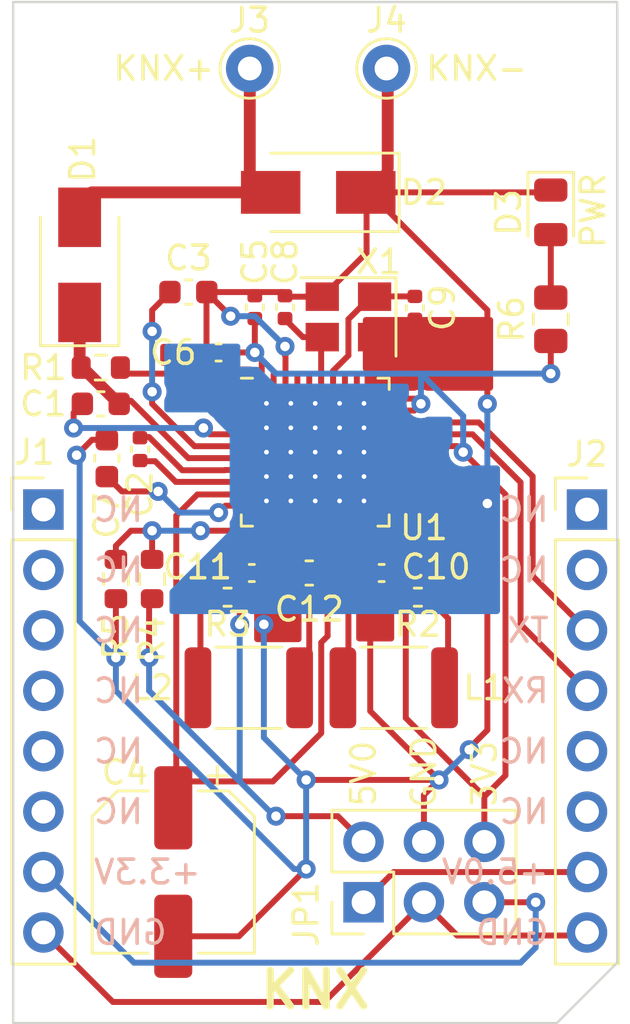
<source format=kicad_pcb>
(kicad_pcb (version 20211014) (generator pcbnew)
  (layers (0 "F.Cu" signal) (31 "B.Cu" signal) (34 "B.Paste" user) (35 "F.Paste" user) (36 "B.SilkS" user "B.Silkscreen") (37 "F.SilkS" user "F.Silkscreen") (38 "B.Mask" user) (39 "F.Mask" user) (44 "Edge.Cuts" user))
  (net 0 "")
  (net 1 "Net-(C1-Pad1)")
  (net 2 "Net-(C1-Pad2)")
  (net 3 "Net-(C2-Pad1)")
  (net 4 "Net-(C2-Pad2)")
  (net 5 "Net-(C3-Pad1)")
  (net 6 "/knx-logic/GND")
  (net 7 "/knx-logic/+3.3V")
  (net 8 "Net-(C7-Pad1)")
  (net 9 "Net-(C8-Pad1)")
  (net 10 "Net-(C9-Pad1)")
  (net 11 "/knx-logic/+5V")
  (net 12 "/knx-logic/KNX_+")
  (net 13 "/AN")
  (net 14 "/RST")
  (net 15 "/CS")
  (net 16 "/SCK")
  (net 17 "/SDO")
  (net 18 "/SDI")
  (net 19 "/+3.3V")
  (net 20 "/GND")
  (net 21 "/PWM")
  (net 22 "/INT")
  (net 23 "/TX")
  (net 24 "/RX")
  (net 25 "/SCL")
  (net 26 "/SDA")
  (net 27 "/+5V")
  (net 28 "Net-(L1-Pad1)")
  (net 29 "Net-(L1-Pad2)")
  (net 30 "Net-(L2-Pad1)")
  (net 31 "Net-(L2-Pad2)")
  (net 32 "Net-(R1-Pad1)")
  (net 33 "Net-(R4-Pad2)")
  (net 36 "/knx-logic/µC CLK")
  (net 38 "/knx-logic/SAVEb")
  (net 39 "/knx-logic/RESETb")
  (net 40 "Net-(C12-Pad2)")
  (net 41 "/knx-logic/ANAOUT")
  (net 42 "Net-(D3-Pad2)")
  (footprint "Inductor_SMD:L_1812_4532Metric" (layer "F.Cu") (at 86.106 57.023)
    (fp_text reference "L2" (at -4.064 0) (layer "F.SilkS"))
    (fp_text value "220µH" hide)
    (pad "1" smd roundrect (at -2.1375 0) (size 1.125 3.4) (layers "F.Cu" "F.Paste" "F.Mask") (roundrect_rratio 0.222222) (net 30 "Net-(L2-Pad1)"))
    (pad "2" smd roundrect (at 2.1375 0) (size 1.125 3.4) (layers "F.Cu" "F.Paste" "F.Mask") (roundrect_rratio 0.222222) (net 31 "Net-(L2-Pad2)"))
  )
  (footprint "Capacitor_SMD:C_0603_1608Metric" (layer "F.Cu") (at 88.65 52.197)
    (fp_text reference "C12" (at 0 1.524) (layer "F.SilkS"))
    (fp_text value "100nF" hide)
    (pad "1" smd roundrect (at -0.775 0) (size 0.9 0.95) (layers "F.Cu" "F.Paste" "F.Mask") (net 6 "/knx-logic/GND"))
    (pad "2" smd roundrect (at 0.775 0) (size 0.9 0.95) (layers "F.Cu" "F.Paste" "F.Mask") (net 40 "Net-(C12-Pad2)"))
  )
  (footprint "Capacitor_SMD:C_0402_1005Metric" (layer "F.Cu") (at 93.091 41.049 -90)
    (fp_text reference "C9" (at 0 -1.16 90) (layer "F.SilkS"))
    (fp_text value "9pF" hide)
    (pad "1" smd roundrect (at -0.48 0 270) (size 0.56 0.62) (layers "F.Cu" "F.Paste" "F.Mask") (net 10 "Net-(C9-Pad1)"))
    (pad "2" smd roundrect (at 0.48 0 270) (size 0.56 0.62) (layers "F.Cu" "F.Paste" "F.Mask") (net 6 "/knx-logic/GND"))
  )
  (footprint "Resistor_SMD:R_0805_2012Metric" (layer "F.Cu") (at 98.806 41.529 90)
    (fp_text reference "R6" (at 0 -1.65 90) (layer "F.SilkS"))
    (fp_text value "470Ω")
    (pad "1" smd roundrect (at -0.9125 0 90) (size 1.025 1.4) (layers "F.Cu" "F.Paste" "F.Mask") (roundrect_rratio 0.243902) (net 7 "/knx-logic/+3.3V"))
    (pad "2" smd roundrect (at 0.9125 0 90) (size 1.025 1.4) (layers "F.Cu" "F.Paste" "F.Mask") (roundrect_rratio 0.243902) (net 42 "Net-(D3-Pad2)"))
  )
  (footprint "Capacitor_SMD:CP_Elec_6.3x5.7" (layer "F.Cu") (at 82.931 64.77 -90)
    (fp_text reference "C4" (at -4.191 2.032 180) (layer "F.SilkS"))
    (fp_text value "100μF" hide)
    (pad "1" smd roundrect (at -2.7 0 270) (size 3.5 1.6) (layers "F.Cu" "F.Paste" "F.Mask") (roundrect_rratio 0.15625) (net 40 "Net-(C12-Pad2)"))
    (pad "2" smd roundrect (at 2.7 0 270) (size 3.5 1.6) (layers "F.Cu" "F.Paste" "F.Mask") (roundrect_rratio 0.15625) (net 6 "/knx-logic/GND"))
  )
  (footprint "Capacitor_SMD:C_0402_1005Metric" (layer "F.Cu") (at 91.694 52.197 180)
    (fp_text reference "C10" (at -2.286 0.254) (layer "F.SilkS"))
    (fp_text value "10µF" hide)
    (pad "1" smd roundrect (at -0.48 0 180) (size 0.56 0.62) (layers "F.Cu" "F.Paste" "F.Mask") (net 7 "/knx-logic/+3.3V"))
    (pad "2" smd roundrect (at 0.48 0 180) (size 0.56 0.62) (layers "F.Cu" "F.Paste" "F.Mask") (net 6 "/knx-logic/GND"))
  )
  (footprint "Connector_Pin:Pin_D1.0mm_L10.0mm" (layer "F.Cu") (at 86.148 30.988)
    (fp_text reference "J3" (at 0 -2.032) (layer "F.SilkS"))
    (fp_text value "KNX+")
    (fp_text user "${VALUE}" (at -3.606283 -0.007285) (layer "F.SilkS"))
    (pad "1" thru_hole circle (at 0 0) (size 2 2) (drill 1) (layers *.Cu *.Mask) (net 12 "/knx-logic/KNX_+"))
  )
  (footprint "Connector_PinHeader_2.54mm:PinHeader_1x08_P2.54mm_Vertical" (layer "F.Cu") (at 77.47 49.53)
    (fp_text reference "J1" (at -0.381 -2.413) (layer "F.SilkS"))
    (fp_text value "mikroBUS_L" hide)
    (pad "1" thru_hole rect (at 0 0) (size 1.7 1.7) (drill 1) (layers *.Cu *.Mask) (net 13 "/AN"))
    (pad "2" thru_hole oval (at 0 2.54) (size 1.7 1.7) (drill 1) (layers *.Cu *.Mask) (net 14 "/RST"))
    (pad "3" thru_hole oval (at 0 5.08) (size 1.7 1.7) (drill 1) (layers *.Cu *.Mask) (net 15 "/CS"))
    (pad "4" thru_hole oval (at 0 7.62) (size 1.7 1.7) (drill 1) (layers *.Cu *.Mask) (net 16 "/SCK"))
    (pad "5" thru_hole oval (at 0 10.16) (size 1.7 1.7) (drill 1) (layers *.Cu *.Mask) (net 17 "/SDO"))
    (pad "6" thru_hole oval (at 0 12.7) (size 1.7 1.7) (drill 1) (layers *.Cu *.Mask) (net 18 "/SDI"))
    (pad "7" thru_hole oval (at 0 15.24) (size 1.7 1.7) (drill 1) (layers *.Cu *.Mask) (net 19 "/+3.3V"))
    (pad "8" thru_hole oval (at 0 17.78) (size 1.7 1.7) (drill 1) (layers *.Cu *.Mask) (net 20 "/GND"))
  )
  (footprint "Connector_Pin:Pin_D1.0mm_L10.0mm" (layer "F.Cu") (at 91.898 30.988)
    (fp_text reference "J4" (at 0 -2.032) (layer "F.SilkS"))
    (fp_text value "KNX-")
    (fp_text user "${VALUE}" (at 3.797778 -0.007285) (layer "F.SilkS"))
    (pad "1" thru_hole circle (at 0 0) (size 2 2) (drill 1) (layers *.Cu *.Mask) (net 6 "/knx-logic/GND"))
  )
  (footprint "Resistor_SMD:R_0603_1608Metric" (layer "F.Cu") (at 79.883 43.561 180)
    (fp_text reference "R1" (at 2.413 0) (layer "F.SilkS"))
    (fp_text value "27Ω" hide)
    (pad "1" smd roundrect (at -0.825 0 180) (size 0.8 0.95) (layers "F.Cu" "F.Paste" "F.Mask") (net 32 "Net-(R1-Pad1)"))
    (pad "2" smd roundrect (at 0.825 0 180) (size 0.8 0.95) (layers "F.Cu" "F.Paste" "F.Mask") (net 2 "Net-(C1-Pad2)"))
  )
  (footprint "LED_SMD:LED_0805_2012Metric" (layer "F.Cu") (at 98.806 37.0355 -90)
    (fp_text reference "D3" (at 0 1.778 90) (layer "F.SilkS"))
    (fp_text value "LED")
    (pad "1" smd roundrect (at -0.9375 0 270) (size 0.975 1.4) (layers "F.Cu" "F.Paste" "F.Mask") (net 6 "/knx-logic/GND"))
    (pad "2" smd roundrect (at 0.9375 0 270) (size 0.975 1.4) (layers "F.Cu" "F.Paste" "F.Mask") (net 42 "Net-(D3-Pad2)"))
  )
  (footprint "Resistor_SMD:R_0603_1608Metric" (layer "F.Cu") (at 80.518 52.451 -90)
    (fp_text reference "R5" (at 2.413 0 90) (layer "F.SilkS"))
    (fp_text value "56kΩ" hide)
    (pad "1" smd roundrect (at -0.825 0 270) (size 0.8 0.95) (layers "F.Cu" "F.Paste" "F.Mask") (net 33 "Net-(R4-Pad2)"))
    (pad "2" smd roundrect (at 0.825 0 270) (size 0.8 0.95) (layers "F.Cu" "F.Paste" "F.Mask") (net 6 "/knx-logic/GND"))
  )
  (footprint "Resistor_SMD:R_0402_1005Metric" (layer "F.Cu") (at 93.218 53.213)
    (fp_text reference "R2" (at 0 1.143) (layer "F.SilkS"))
    (fp_text value "1Ω" hide)
    (pad "1" smd roundrect (at -0.51 0) (size 0.54 0.64) (layers "F.Cu" "F.Paste" "F.Mask") (net 7 "/knx-logic/+3.3V"))
    (pad "2" smd roundrect (at 0.51 0) (size 0.54 0.64) (layers "F.Cu" "F.Paste" "F.Mask") (net 28 "Net-(L1-Pad1)"))
  )
  (footprint "Capacitor_SMD:C_0402_1005Metric" (layer "F.Cu") (at 87.63 41.021 90)
    (fp_text reference "C8" (at 1.905 0 90) (layer "F.SilkS"))
    (fp_text value "9pF" hide)
    (pad "1" smd roundrect (at -0.48 0 90) (size 0.56 0.62) (layers "F.Cu" "F.Paste" "F.Mask") (net 9 "Net-(C8-Pad1)"))
    (pad "2" smd roundrect (at 0.48 0 90) (size 0.56 0.62) (layers "F.Cu" "F.Paste" "F.Mask") (net 6 "/knx-logic/GND"))
  )
  (footprint "Package_DFN_QFN:QFN-40-1EP_6x6mm_P0.5mm_EP4.6x4.6mm_ThermalVias" (layer "F.Cu") (at 88.9 47.117)
    (fp_text reference "U1" (at 4.572 3.175) (layer "F.SilkS"))
    (fp_text value "NCN5130" hide)
    (pad "1" smd roundrect (at -2.9375 -2.25) (size 0.825 0.25) (layers "F.Cu" "F.Paste" "F.Mask") (net 6 "/knx-logic/GND"))
    (pad "2" smd roundrect (at -2.9375 -1.75) (size 0.825 0.25) (layers "F.Cu" "F.Paste" "F.Mask") (net 6 "/knx-logic/GND"))
    (pad "3" smd roundrect (at -2.9375 -1.25) (size 0.825 0.25) (layers "F.Cu" "F.Paste" "F.Mask") (net 32 "Net-(R1-Pad1)"))
    (pad "4" smd roundrect (at -2.9375 -0.75) (size 0.825 0.25) (layers "F.Cu" "F.Paste" "F.Mask") (net 1 "Net-(C1-Pad1)"))
    (pad "5" smd roundrect (at -2.9375 -0.25) (size 0.825 0.25) (layers "F.Cu" "F.Paste" "F.Mask") (net 5 "Net-(C3-Pad1)"))
    (pad "6" smd roundrect (at -2.9375 0.25) (size 0.825 0.25) (layers "F.Cu" "F.Paste" "F.Mask") (net 2 "Net-(C1-Pad2)"))
    (pad "7" smd roundrect (at -2.9375 0.75) (size 0.825 0.25) (layers "F.Cu" "F.Paste" "F.Mask") (net 4 "Net-(C2-Pad2)"))
    (pad "8" smd roundrect (at -2.9375 1.25) (size 0.825 0.25) (layers "F.Cu" "F.Paste" "F.Mask") (net 3 "Net-(C2-Pad1)"))
    (pad "9" smd roundrect (at -2.9375 1.75) (size 0.825 0.25) (layers "F.Cu" "F.Paste" "F.Mask") (net 40 "Net-(C12-Pad2)"))
    (pad "10" smd roundrect (at -2.9375 2.25) (size 0.825 0.25) (layers "F.Cu" "F.Paste" "F.Mask") (net 8 "Net-(C7-Pad1)"))
    (pad "11" smd roundrect (at -2.25 2.9375) (size 0.25 0.825) (layers "F.Cu" "F.Paste" "F.Mask") (net 33 "Net-(R4-Pad2)"))
    (pad "12" smd roundrect (at -1.75 2.9375) (size 0.25 0.825) (layers "F.Cu" "F.Paste" "F.Mask") (net 30 "Net-(L2-Pad1)"))
    (pad "13" smd roundrect (at -1.25 2.9375) (size 0.25 0.825) (layers "F.Cu" "F.Paste" "F.Mask") (net 11 "/knx-logic/+5V"))
    (pad "14" smd roundrect (at -0.75 2.9375) (size 0.25 0.825) (layers "F.Cu" "F.Paste" "F.Mask") (net 6 "/knx-logic/GND"))
    (pad "15" smd roundrect (at -0.25 2.9375) (size 0.25 0.825) (layers "F.Cu" "F.Paste" "F.Mask") (net 31 "Net-(L2-Pad2)"))
    (pad "16" smd roundrect (at 0.25 2.9375) (size 0.25 0.825) (layers "F.Cu" "F.Paste" "F.Mask") (net 40 "Net-(C12-Pad2)"))
    (pad "17" smd roundrect (at 0.75 2.9375) (size 0.25 0.825) (layers "F.Cu" "F.Paste" "F.Mask") (net 29 "Net-(L1-Pad2)"))
    (pad "18" smd roundrect (at 1.25 2.9375) (size 0.25 0.825) (layers "F.Cu" "F.Paste" "F.Mask") (net 6 "/knx-logic/GND"))
    (pad "19" smd roundrect (at 1.75 2.9375) (size 0.25 0.825) (layers "F.Cu" "F.Paste" "F.Mask") (net 7 "/knx-logic/+3.3V"))
    (pad "20" smd roundrect (at 2.25 2.9375) (size 0.25 0.825) (layers "F.Cu" "F.Paste" "F.Mask") (net 28 "Net-(L1-Pad1)"))
    (pad "21" smd roundrect (at 2.9375 2.25) (size 0.825 0.25) (layers "F.Cu" "F.Paste" "F.Mask"))
    (pad "22" smd roundrect (at 2.9375 1.75) (size 0.825 0.25) (layers "F.Cu" "F.Paste" "F.Mask"))
    (pad "23" smd roundrect (at 2.9375 1.25) (size 0.825 0.25) (layers "F.Cu" "F.Paste" "F.Mask") (net 6 "/knx-logic/GND"))
    (pad "24" smd roundrect (at 2.9375 0.75) (size 0.825 0.25) (layers "F.Cu" "F.Paste" "F.Mask") (net 6 "/knx-logic/GND"))
    (pad "25" smd roundrect (at 2.9375 0.25) (size 0.825 0.25) (layers "F.Cu" "F.Paste" "F.Mask") (net 6 "/knx-logic/GND"))
    (pad "26" smd roundrect (at 2.9375 -0.25) (size 0.825 0.25) (layers "F.Cu" "F.Paste" "F.Mask") (net 7 "/knx-logic/+3.3V"))
    (pad "27" smd roundrect (at 2.9375 -0.75) (size 0.825 0.25) (layers "F.Cu" "F.Paste" "F.Mask") (net 24 "/RX"))
    (pad "28" smd roundrect (at 2.9375 -1.25) (size 0.825 0.25) (layers "F.Cu" "F.Paste" "F.Mask") (net 23 "/TX"))
    (pad "29" smd roundrect (at 2.9375 -1.75) (size 0.825 0.25) (layers "F.Cu" "F.Paste" "F.Mask") (net 7 "/knx-logic/+3.3V"))
    (pad "30" smd roundrect (at 2.9375 -2.25) (size 0.825 0.25) (layers "F.Cu" "F.Paste" "F.Mask") (net 7 "/knx-logic/+3.3V"))
    (pad "31" smd roundrect (at 2.25 -2.9375) (size 0.25 0.825) (layers "F.Cu" "F.Paste" "F.Mask") (net 6 "/knx-logic/GND"))
    (pad "32" smd roundrect (at 1.75 -2.9375) (size 0.25 0.825) (layers "F.Cu" "F.Paste" "F.Mask") (net 36 "/knx-logic/µC CLK"))
    (pad "33" smd roundrect (at 1.25 -2.9375) (size 0.25 0.825) (layers "F.Cu" "F.Paste" "F.Mask"))
    (pad "34" smd roundrect (at 0.75 -2.9375) (size 0.25 0.825) (layers "F.Cu" "F.Paste" "F.Mask") (net 10 "Net-(C9-Pad1)"))
    (pad "35" smd roundrect (at 0.25 -2.9375) (size 0.25 0.825) (layers "F.Cu" "F.Paste" "F.Mask") (net 9 "Net-(C8-Pad1)"))
    (pad "36" smd roundrect (at -0.25 -2.9375) (size 0.25 0.825) (layers "F.Cu" "F.Paste" "F.Mask") (net 38 "/knx-logic/SAVEb"))
    (pad "37" smd roundrect (at -0.75 -2.9375) (size 0.25 0.825) (layers "F.Cu" "F.Paste" "F.Mask") (net 39 "/knx-logic/RESETb"))
    (pad "38" smd roundrect (at -1.25 -2.9375) (size 0.25 0.825) (layers "F.Cu" "F.Paste" "F.Mask") (net 6 "/knx-logic/GND"))
    (pad "39" smd roundrect (at -1.75 -2.9375) (size 0.25 0.825) (layers "F.Cu" "F.Paste" "F.Mask") (net 41 "/knx-logic/ANAOUT"))
    (pad "40" smd roundrect (at -2.25 -2.9375) (size 0.25 0.825) (layers "F.Cu" "F.Paste" "F.Mask") (net 7 "/knx-logic/+3.3V"))
    (pad "41" thru_hole circle (at 2.05 0) (size 0.5 0.5) (drill 0.2) (layers *.Cu) (net 6 "/knx-logic/GND"))
    (pad "41" thru_hole circle (at -1.025 -2.05) (size 0.5 0.5) (drill 0.2) (layers *.Cu) (net 6 "/knx-logic/GND"))
    (pad "41" thru_hole circle (at -2.05 0) (size 0.5 0.5) (drill 0.2) (layers *.Cu) (net 6 "/knx-logic/GND"))
    (pad "41" thru_hole circle (at -2.05 1.025) (size 0.5 0.5) (drill 0.2) (layers *.Cu) (net 6 "/knx-logic/GND"))
    (pad "41" thru_hole circle (at 1.025 2.05) (size 0.5 0.5) (drill 0.2) (layers *.Cu) (net 6 "/knx-logic/GND"))
    (pad "41" thru_hole circle (at 0 1.025) (size 0.5 0.5) (drill 0.2) (layers *.Cu) (net 6 "/knx-logic/GND"))
    (pad "41" thru_hole circle (at -2.05 -2.05) (size 0.5 0.5) (drill 0.2) (layers *.Cu) (net 6 "/knx-logic/GND"))
    (pad "41" thru_hole circle (at 1.025 0) (size 0.5 0.5) (drill 0.2) (layers *.Cu) (net 6 "/knx-logic/GND"))
    (pad "41" thru_hole circle (at 1.025 1.025) (size 0.5 0.5) (drill 0.2) (layers *.Cu) (net 6 "/knx-logic/GND"))
    (pad "41" smd rect (at 0 0) (size 4.6 4.6) (layers "F.Cu" "F.Mask") (net 6 "/knx-logic/GND"))
    (pad "41" smd rect (at 0 0) (size 4.6 4.6) (layers "B.Cu") (net 6 "/knx-logic/GND"))
    (pad "41" thru_hole circle (at 2.05 -1.025) (size 0.5 0.5) (drill 0.2) (layers *.Cu) (net 6 "/knx-logic/GND"))
    (pad "41" thru_hole circle (at -1.025 2.05) (size 0.5 0.5) (drill 0.2) (layers *.Cu) (net 6 "/knx-logic/GND"))
    (pad "41" thru_hole circle (at -2.05 2.05) (size 0.5 0.5) (drill 0.2) (layers *.Cu) (net 6 "/knx-logic/GND"))
    (pad "41" thru_hole circle (at -1.025 1.025) (size 0.5 0.5) (drill 0.2) (layers *.Cu) (net 6 "/knx-logic/GND"))
    (pad "41" thru_hole circle (at 0 -1.025) (size 0.5 0.5) (drill 0.2) (layers *.Cu) (net 6 "/knx-logic/GND"))
    (pad "41" thru_hole circle (at 0 0) (size 0.5 0.5) (drill 0.2) (layers *.Cu) (net 6 "/knx-logic/GND"))
    (pad "41" thru_hole circle (at 0 -2.05) (size 0.5 0.5) (drill 0.2) (layers *.Cu) (net 6 "/knx-logic/GND"))
    (pad "41" thru_hole circle (at -1.025 -1.025) (size 0.5 0.5) (drill 0.2) (layers *.Cu) (net 6 "/knx-logic/GND"))
    (pad "41" thru_hole circle (at 0 2.05) (size 0.5 0.5) (drill 0.2) (layers *.Cu) (net 6 "/knx-logic/GND"))
    (pad "41" thru_hole circle (at 2.05 -2.05) (size 0.5 0.5) (drill 0.2) (layers *.Cu) (net 6 "/knx-logic/GND"))
    (pad "41" thru_hole circle (at -1.025 0) (size 0.5 0.5) (drill 0.2) (layers *.Cu) (net 6 "/knx-logic/GND"))
    (pad "41" thru_hole circle (at -2.05 -1.025) (size 0.5 0.5) (drill 0.2) (layers *.Cu) (net 6 "/knx-logic/GND"))
    (pad "41" thru_hole circle (at 1.025 -2.05) (size 0.5 0.5) (drill 0.2) (layers *.Cu) (net 6 "/knx-logic/GND"))
    (pad "41" thru_hole circle (at 2.05 1.025) (size 0.5 0.5) (drill 0.2) (layers *.Cu) (net 6 "/knx-logic/GND"))
    (pad "41" thru_hole circle (at 2.05 2.05) (size 0.5 0.5) (drill 0.2) (layers *.Cu) (net 6 "/knx-logic/GND"))
    (pad "41" thru_hole circle (at 1.025 -1.025) (size 0.5 0.5) (drill 0.2) (layers *.Cu) (net 6 "/knx-logic/GND"))
  )
  (footprint "Capacitor_SMD:C_0402_1005Metric" (layer "F.Cu") (at 84.836 42.926)
    (fp_text reference "C6" (at -1.905 0) (layer "F.SilkS"))
    (fp_text value "100nF" hide)
    (pad "1" smd roundrect (at -0.48 0) (size 0.56 0.62) (layers "F.Cu" "F.Paste" "F.Mask") (net 6 "/knx-logic/GND"))
    (pad "2" smd roundrect (at 0.48 0) (size 0.56 0.62) (layers "F.Cu" "F.Paste" "F.Mask") (net 7 "/knx-logic/+3.3V"))
  )
  (footprint "Resistor_SMD:R_0603_1608Metric" (layer "F.Cu") (at 82.042 52.451 90)
    (fp_text reference "R4" (at -2.54 0 90) (layer "F.SilkS"))
    (fp_text value "180kΩ" hide)
    (pad "1" smd roundrect (at -0.825 0 90) (size 0.8 0.95) (layers "F.Cu" "F.Paste" "F.Mask") (net 11 "/knx-logic/+5V"))
    (pad "2" smd roundrect (at 0.825 0 90) (size 0.8 0.95) (layers "F.Cu" "F.Paste" "F.Mask") (net 33 "Net-(R4-Pad2)"))
  )
  (footprint "Capacitor_SMD:C_0603_1608Metric" (layer "F.Cu") (at 83.566 40.386)
    (fp_text reference "C3" (at 0 -1.43) (layer "F.SilkS"))
    (fp_text value "100nF" hide)
    (pad "1" smd roundrect (at -0.775 0) (size 0.9 0.95) (layers "F.Cu" "F.Paste" "F.Mask") (net 5 "Net-(C3-Pad1)"))
    (pad "2" smd roundrect (at 0.775 0) (size 0.9 0.95) (layers "F.Cu" "F.Paste" "F.Mask") (net 6 "/knx-logic/GND"))
  )
  (footprint "Diode_SMD:D_SMA" (layer "F.Cu") (at 78.994 39.243 90)
    (fp_text reference "D1" (at 4.445 0.127 90) (layer "F.SilkS"))
    (fp_text value "SS16" hide)
    (pad "1" smd rect (at -2 0 90) (size 2.5 1.8) (layers "F.Cu" "F.Paste" "F.Mask") (net 2 "Net-(C1-Pad2)"))
    (pad "2" smd rect (at 2 0 90) (size 2.5 1.8) (layers "F.Cu" "F.Paste" "F.Mask") (net 12 "/knx-logic/KNX_+"))
  )
  (footprint "Inductor_SMD:L_1812_4532Metric" (layer "F.Cu") (at 92.202 57.023 180)
    (fp_text reference "L1" (at -3.81 0) (layer "F.SilkS"))
    (fp_text value "220µH" hide)
    (pad "1" smd roundrect (at -2.1375 0 180) (size 1.125 3.4) (layers "F.Cu" "F.Paste" "F.Mask") (roundrect_rratio 0.222222) (net 28 "Net-(L1-Pad1)"))
    (pad "2" smd roundrect (at 2.1375 0 180) (size 1.125 3.4) (layers "F.Cu" "F.Paste" "F.Mask") (roundrect_rratio 0.222222) (net 29 "Net-(L1-Pad2)"))
  )
  (footprint "Crystal:Crystal_SMD_3225-4Pin_3.2x2.5mm" (layer "F.Cu") (at 90.297 41.43 180)
    (fp_text reference "X1" (at -1.27 2.314) (layer "F.SilkS"))
    (fp_text value "16MHz" hide)
    (pad "1" smd rect (at -1.1 0.85 180) (size 1.4 1.2) (layers "F.Cu" "F.Paste" "F.Mask") (net 10 "Net-(C9-Pad1)"))
    (pad "2" smd rect (at 1.1 0.85 180) (size 1.4 1.2) (layers "F.Cu" "F.Paste" "F.Mask") (net 6 "/knx-logic/GND"))
    (pad "3" smd rect (at 1.1 -0.85 180) (size 1.4 1.2) (layers "F.Cu" "F.Paste" "F.Mask") (net 9 "Net-(C8-Pad1)"))
    (pad "4" smd rect (at -1.1 -0.85 180) (size 1.4 1.2) (layers "F.Cu" "F.Paste" "F.Mask") (net 6 "/knx-logic/GND"))
  )
  (footprint "Capacitor_SMD:C_0402_1005Metric" (layer "F.Cu") (at 81.534 46.99 90)
    (fp_text reference "C2" (at -1.905 0 90) (layer "F.SilkS"))
    (fp_text value "220nF" hide)
    (pad "1" smd roundrect (at -0.48 0 90) (size 0.56 0.62) (layers "F.Cu" "F.Paste" "F.Mask") (net 3 "Net-(C2-Pad1)"))
    (pad "2" smd roundrect (at 0.48 0 90) (size 0.56 0.62) (layers "F.Cu" "F.Paste" "F.Mask") (net 4 "Net-(C2-Pad2)"))
  )
  (footprint "Capacitor_SMD:C_0603_1608Metric" (layer "F.Cu") (at 80.137 47.371 90)
    (fp_text reference "C7" (at -2.413 0 90) (layer "F.SilkS"))
    (fp_text value "1µF" hide)
    (pad "1" smd roundrect (at -0.775 0 90) (size 0.9 0.95) (layers "F.Cu" "F.Paste" "F.Mask") (net 8 "Net-(C7-Pad1)"))
    (pad "2" smd roundrect (at 0.775 0 90) (size 0.9 0.95) (layers "F.Cu" "F.Paste" "F.Mask") (net 6 "/knx-logic/GND"))
  )
  (footprint "Resistor_SMD:R_0402_1005Metric" (layer "F.Cu") (at 85.215 53.213 180)
    (fp_text reference "R3" (at -0.002 -1.143) (layer "F.SilkS"))
    (fp_text value "1Ω" hide)
    (pad "1" smd roundrect (at -0.51 0 180) (size 0.54 0.64) (layers "F.Cu" "F.Paste" "F.Mask") (net 11 "/knx-logic/+5V"))
    (pad "2" smd roundrect (at 0.51 0 180) (size 0.54 0.64) (layers "F.Cu" "F.Paste" "F.Mask") (net 30 "Net-(L2-Pad1)"))
  )
  (footprint "Connector_PinHeader_2.54mm:PinHeader_2x03_P2.54mm_Vertical" (layer "F.Cu") (at 90.932 66.04 90)
    (fp_text reference "JP1" (at -0.508 -2.413 90) (layer "F.SilkS"))
    (fp_text value "SW_DIP_x03")
    (pad "1" thru_hole rect (at 0 0 90) (size 1.7 1.7) (drill 1) (layers *.Cu *.Mask) (net 27 "/+5V"))
    (pad "2" thru_hole oval (at 2.54 0 90) (size 1.7 1.7) (drill 1) (layers *.Cu *.Mask) (net 11 "/knx-logic/+5V"))
    (pad "3" thru_hole oval (at 0 2.54 90) (size 1.7 1.7) (drill 1) (layers *.Cu *.Mask) (net 20 "/GND"))
    (pad "4" thru_hole oval (at 2.54 2.54 90) (size 1.7 1.7) (drill 1) (layers *.Cu *.Mask) (net 6 "/knx-logic/GND"))
    (pad "5" thru_hole oval (at 0 5.08 90) (size 1.7 1.7) (drill 1) (layers *.Cu *.Mask) (net 19 "/+3.3V"))
    (pad "6" thru_hole oval (at 2.54 5.08 90) (size 1.7 1.7) (drill 1) (layers *.Cu *.Mask) (net 7 "/knx-logic/+3.3V"))
  )
  (footprint "Diode_SMD:D_SMA" (layer "F.Cu") (at 89.027 36.195 180)
    (fp_text reference "D2" (at -4.445 0) (layer "F.SilkS"))
    (fp_text value "SMAJ40CA" hide)
    (pad "1" smd rect (at -2 0 180) (size 2.5 1.8) (layers "F.Cu" "F.Paste" "F.Mask") (net 6 "/knx-logic/GND"))
    (pad "2" smd rect (at 2 0 180) (size 2.5 1.8) (layers "F.Cu" "F.Paste" "F.Mask") (net 12 "/knx-logic/KNX_+"))
  )
  (footprint "Capacitor_SMD:C_0603_1608Metric" (layer "F.Cu") (at 79.883 45.085)
    (fp_text reference "C1" (at -2.413 0) (layer "F.SilkS"))
    (fp_text value "47nF" hide)
    (pad "1" smd roundrect (at -0.775 0) (size 0.9 0.95) (layers "F.Cu" "F.Paste" "F.Mask") (net 1 "Net-(C1-Pad1)"))
    (pad "2" smd roundrect (at 0.775 0) (size 0.9 0.95) (layers "F.Cu" "F.Paste" "F.Mask") (net 2 "Net-(C1-Pad2)"))
  )
  (footprint "Capacitor_SMD:C_0402_1005Metric" (layer "F.Cu") (at 86.36 41.021 -90)
    (fp_text reference "C5" (at -1.905 0 90) (layer "F.SilkS"))
    (fp_text value "100nF" hide)
    (pad "1" smd roundrect (at -0.48 0 270) (size 0.56 0.62) (layers "F.Cu" "F.Paste" "F.Mask") (net 6 "/knx-logic/GND"))
    (pad "2" smd roundrect (at 0.48 0 270) (size 0.56 0.62) (layers "F.Cu" "F.Paste" "F.Mask") (net 7 "/knx-logic/+3.3V"))
  )
  (footprint "Capacitor_SMD:C_0402_1005Metric" (layer "F.Cu") (at 86.233 52.197)
    (fp_text reference "C11" (at -2.286 -0.254) (layer "F.SilkS"))
    (fp_text value "10µF" hide)
    (pad "1" smd roundrect (at -0.48 0) (size 0.56 0.62) (layers "F.Cu" "F.Paste" "F.Mask") (net 11 "/knx-logic/+5V"))
    (pad "2" smd roundrect (at 0.48 0) (size 0.56 0.62) (layers "F.Cu" "F.Paste" "F.Mask") (net 6 "/knx-logic/GND"))
  )
  (footprint "Connector_PinHeader_2.54mm:PinHeader_1x08_P2.54mm_Vertical" (layer "F.Cu") (at 100.33 49.53)
    (fp_text reference "J2" (at 0 -2.33) (layer "F.SilkS"))
    (fp_text value "mikroBUS_R" hide)
    (pad "1" thru_hole rect (at 0 0) (size 1.7 1.7) (drill 1) (layers *.Cu *.Mask) (net 21 "/PWM"))
    (pad "2" thru_hole oval (at 0 2.54) (size 1.7 1.7) (drill 1) (layers *.Cu *.Mask) (net 22 "/INT"))
    (pad "3" thru_hole oval (at 0 5.08) (size 1.7 1.7) (drill 1) (layers *.Cu *.Mask) (net 23 "/TX"))
    (pad "4" thru_hole oval (at 0 7.62) (size 1.7 1.7) (drill 1) (layers *.Cu *.Mask) (net 24 "/RX"))
    (pad "5" thru_hole oval (at 0 10.16) (size 1.7 1.7) (drill 1) (layers *.Cu *.Mask) (net 25 "/SCL"))
    (pad "6" thru_hole oval (at 0 12.7) (size 1.7 1.7) (drill 1) (layers *.Cu *.Mask) (net 26 "/SDA"))
    (pad "7" thru_hole oval (at 0 15.24) (size 1.7 1.7) (drill 1) (layers *.Cu *.Mask) (net 27 "/+5V"))
    (pad "8" thru_hole oval (at 0 17.78) (size 1.7 1.7) (drill 1) (layers *.Cu *.Mask) (net 20 "/GND"))
  )
  (gr_poly (pts (xy 101.6 68.58) (xy 99.06 71.12) (xy 76.2 71.12) (xy 76.2 28.194) (xy 101.6 28.194)) (layer "Edge.Cuts") (width 0.1) (fill none))
  (gr_text "GND" (at 79.502 67.31) (layer "B.SilkS") (effects (font (size 1 1)) (justify right mirror)))
  (gr_text "NC" (at 98.806 59.69) (layer "B.SilkS") (effects (font (size 1 1)) (justify left mirror)))
  (gr_text "+5.0V" (at 98.806 64.77) (layer "B.SilkS") (effects (font (size 1 1)) (justify left mirror)))
  (gr_text "NC" (at 79.502 49.53) (layer "B.SilkS") (effects (font (size 1 1)) (justify right mirror)))
  (gr_text "TX" (at 98.806 54.61) (layer "B.SilkS") (effects (font (size 1 1)) (justify left mirror)))
  (gr_text "NC" (at 79.502 59.69) (layer "B.SilkS") (effects (font (size 1 1)) (justify right mirror)))
  (gr_text "NC" (at 79.502 62.23) (layer "B.SilkS") (effects (font (size 1 1)) (justify right mirror)))
  (gr_text "GND" (at 98.806 67.31) (layer "B.SilkS") (effects (font (size 1 1)) (justify left mirror)))
  (gr_text "NC" (at 79.502 54.61) (layer "B.SilkS") (effects (font (size 1 1)) (justify right mirror)))
  (gr_text "NC" (at 98.806 52.07) (layer "B.SilkS") (effects (font (size 1 1)) (justify left mirror)))
  (gr_text "NC" (at 98.806 49.53) (layer "B.SilkS") (effects (font (size 1 1)) (justify left mirror)))
  (gr_text "NC" (at 79.502 52.07) (layer "B.SilkS") (effects (font (size 1 1)) (justify right mirror)))
  (gr_text "NC" (at 79.502 57.15) (layer "B.SilkS") (effects (font (size 1 1)) (justify right mirror)))
  (gr_text "+3.3V" (at 79.502 64.77) (layer "B.SilkS") (effects (font (size 1 1)) (justify right mirror)))
  (gr_text "NC" (at 98.806 62.23) (layer "B.SilkS") (effects (font (size 1 1)) (justify left mirror)))
  (gr_text "RX" (at 98.806 57.15) (layer "B.SilkS") (effects (font (size 1 1)) (justify left mirror)))
  (gr_text "3V3" (at 96.012 62.103 90) (layer "F.SilkS") (effects (font (size 1 1) (thickness 0.14)) (justify left)))
  (gr_text "PWR" (at 100.584 36.957 90) (layer "F.SilkS") (effects (font (size 1 1))))
  (gr_text "5V0" (at 90.932 62.103 90) (layer "F.SilkS") (effects (font (size 1 1) (thickness 0.14)) (justify left)))
  (gr_text "KNX" (at 88.9 69.723) (layer "F.SilkS") (effects (font (size 1.5 1.5) (thickness 0.3))))
  (gr_text "GND" (at 93.472 62.17 90) (layer "F.SilkS") (effects (font (size 1 1) (thickness 0.14)) (justify left)))
  (segment (start 78.74 46.101) (end 78.74 45.466) (width 0.25) (layer "F.Cu") (net 1))
  (segment (start 84.467 46.367) (end 84.201 46.101) (width 0.25) (layer "F.Cu") (net 1))
  (segment (start 85.9625 46.367) (end 84.467 46.367) (width 0.25) (layer "F.Cu") (net 1))
  (segment (start 78.74 45.466) (end 79.121 45.085) (width 0.25) (layer "F.Cu") (net 1))
  (via (at 78.74 46.101) (size 0.8) (drill 0.4) (layers "F.Cu" "B.Cu") (net 1))
  (via (at 84.201 46.101) (size 0.8) (drill 0.4) (layers "F.Cu" "B.Cu") (net 1))
  (segment (start 84.201 46.101) (end 78.74 46.101) (width 0.25) (layer "B.Cu") (net 1))
  (segment (start 79.058 43.561) (end 79.121 43.561) (width 0.25) (layer "F.Cu") (net 2))
  (segment (start 85.9625 47.367) (end 83.562 47.367) (width 0.25) (layer "F.Cu") (net 2))
  (segment (start 79.121 43.561) (end 80.645 45.085) (width 0.5) (layer "F.Cu") (net 2))
  (segment (start 83.562 47.367) (end 81.153 44.958) (width 0.25) (layer "F.Cu") (net 2))
  (segment (start 78.994 41.243) (end 78.994 43.561) (width 0.5) (layer "F.Cu") (net 2))
  (segment (start 81.153 44.958) (end 80.772 44.958) (width 0.25) (layer "F.Cu") (net 2))
  (segment (start 85.9625 48.367) (end 83.038 48.367) (width 0.25) (layer "F.Cu") (net 3))
  (segment (start 83.038 48.367) (end 82.169 47.498) (width 0.25) (layer "F.Cu") (net 3))
  (segment (start 82.169 47.498) (end 81.534 47.498) (width 0.25) (layer "F.Cu") (net 3))
  (segment (start 83.312 47.879) (end 81.915 46.482) (width 0.25) (layer "F.Cu") (net 4))
  (segment (start 81.915 46.482) (end 81.534 46.482) (width 0.25) (layer "F.Cu") (net 4))
  (segment (start 85.09 47.879) (end 83.312 47.879) (width 0.25) (layer "F.Cu") (net 4))
  (segment (start 85.102 47.867) (end 85.09 47.879) (width 0.25) (layer "F.Cu") (net 4))
  (segment (start 85.9625 47.867) (end 85.102 47.867) (width 0.25) (layer "F.Cu") (net 4))
  (segment (start 82.042 45.085) (end 82.042 44.577) (width 0.25) (layer "F.Cu") (net 5))
  (segment (start 83.824 46.867) (end 82.042 45.085) (width 0.25) (layer "F.Cu") (net 5))
  (segment (start 82.042 41.148) (end 82.804 40.386) (width 0.25) (layer "F.Cu") (net 5))
  (segment (start 85.9625 46.867) (end 83.824 46.867) (width 0.25) (layer "F.Cu") (net 5))
  (segment (start 82.042 42.037) (end 82.042 41.148) (width 0.25) (layer "F.Cu") (net 5))
  (via (at 82.042 44.577) (size 0.8) (drill 0.4) (layers "F.Cu" "B.Cu") (net 5))
  (via (at 82.042 42.037) (size 0.8) (drill 0.4) (layers "F.Cu" "B.Cu") (net 5))
  (segment (start 82.042 44.577) (end 82.042 42.037) (width 0.25) (layer "B.Cu") (net 5))
  (segment (start 91.8375 48.367) (end 93.96 48.367) (width 0.25) (layer "F.Cu") (net 6))
  (segment (start 84.328 42.898) (end 84.328 40.386) (width 0.25) (layer "F.Cu") (net 6))
  (segment (start 91.948 30.988) (end 91.948 35.179) (width 0.5) (layer "F.Cu") (net 6))
  (segment (start 93.472 63.5) (end 93.472 61.5315) (width 0.25) (layer "F.Cu") (net 6))
  (segment (start 93.96 48.367) (end 96.139 50.546) (width 0.25) (layer "F.Cu") (net 6))
  (segment (start 91.186 51.943) (end 91.186 52.07) (width 0.25) (layer "F.Cu") (net 6))
  (segment (start 85.9625 45.3445) (end 85.952 45.355) (width 0.25) (layer "F.Cu") (net 6))
  (segment (start 95.377 59.563) (end 95.377 59.6265) (width 0.25) (layer "F.Cu") (net 6))
  (segment (start 87.503 40.386) (end 87.63 40.513) (width 0.25) (layer "F.Cu") (net 6))
  (segment (start 96.139 45.085) (end 96.139 41.148) (width 0.25) (layer "F.Cu") (net 6))
  (segment (start 94.095 47.867) (end 96.139 49.911) (width 0.25) (layer "F.Cu") (net 6))
  (segment (start 89.214 40.58) (end 91.059 38.735) (width 0.25) (layer "F.Cu") (net 6))
  (segment (start 90.15 50.907) (end 91.186 51.943) (width 0.25) (layer "F.Cu") (net 6))
  (segment (start 82.931 67.47) (end 85.692 67.47) (width 0.25) (layer "F.Cu") (net 6))
  (segment (start 93.472 61.5315) (end 94.107 60.8965) (width 0.25) (layer "F.Cu") (net 6))
  (segment (start 96.139 58.801) (end 95.377 59.563) (width 0.25) (layer "F.Cu") (net 6))
  (segment (start 96.139 49.276) (end 96.139 58.801) (width 0.25) (layer "F.Cu") (net 6))
  (segment (start 88.519 60.8965) (end 94.107 60.8965) (width 0.25) (layer "F.Cu") (net 6))
  (segment (start 79.515 46.596) (end 78.867 47.244) (width 0.25) (layer "F.Cu") (net 6))
  (segment (start 87.65 43.073) (end 87.63 43.053) (width 0.25) (layer "F.Cu") (net 6))
  (segment (start 91.948 35.179) (end 90.932 36.195) (width 0.25) (layer "F.Cu") (net 6))
  (segment (start 80.518 53.276) (end 80.518 55.753) (width 0.25) (layer "F.Cu") (net 6))
  (segment (start 84.341 40.386) (end 84.341 40.399) (width 0.25) (layer "F.Cu") (net 6))
  (segment (start 80.137 46.596) (end 79.515 46.596) (width 0.25) (layer "F.Cu") (net 6))
  (segment (start 87.63 43.053) (end 87.63 42.672) (width 0.25) (layer "F.Cu") (net 6))
  (segment (start 84.356 42.926) (end 84.328 42.898) (width 0.25) (layer "F.Cu") (net 6))
  (segment (start 84.341 40.399) (end 85.344 41.402) (width 0.25) (layer "F.Cu") (net 6))
  (segment (start 86.741 54.356) (end 86.741 52.197) (width 0.25) (layer "F.Cu") (net 6))
  (segment (start 87.884 52.197) (end 86.614 52.197) (width 0.25) (layer "F.Cu") (net 6))
  (segment (start 84.328 40.386) (end 87.503 40.386) (width 0.25) (layer "F.Cu") (net 6))
  (segment (start 85.692 67.47) (end 88.519 64.643) (width 0.25) (layer "F.Cu") (net 6))
  (segment (start 91.059 38.735) (end 91.059 36.195) (width 0.25) (layer "F.Cu") (net 6))
  (segment (start 88.15 50.0545) (end 88.15 51.931) (width 0.25) (layer "F.Cu") (net 6))
  (segment (start 96.139 41.148) (end 91.059 36.068) (width 0.25) (layer "F.Cu") (net 6))
  (segment (start 85.9625 45.3645) (end 85.962 45.365) (width 0.25) (layer "F.Cu") (net 6))
  (segment (start 88.15 51.931) (end 87.884 52.197) (width 0.25) (layer "F.Cu") (net 6))
  (segment (start 91.027 36.195) (end 98.806 36.195) (width 0.25) (layer "F.Cu") (net 6))
  (segment (start 91.8375 47.867) (end 94.095 47.867) (width 0.25) (layer "F.Cu") (net 6))
  (segment (start 87.65 44.1795) (end 87.65 43.073) (width 0.25) (layer "F.Cu") (net 6))
  (segment (start 88.452 40.58) (end 87.697 40.58) (width 0.25) (layer "F.Cu") (net 6))
  (segment (start 91.8375 47.367) (end 94.23 47.367) (width 0.25) (layer "F.Cu") (net 6))
  (segment (start 89.197 40.58) (end 88.452 40.58) (width 0.25) (layer "F.Cu") (net 6))
  (segment (start 90.15 50.0545) (end 90.15 50.907) (width 0.25) (layer "F.Cu") (net 6))
  (segment (start 89.197 40.58) (end 89.214 40.58) (width 0.25) (layer "F.Cu") (net 6))
  (segment (start 94.23 47.367) (end 96.139 49.276) (width 0.25) (layer "F.Cu") (net 6))
  (segment (start 91.214 58.0035) (end 94.107 60.8965) (width 0.25) (layer "F.Cu") (net 6))
  (segment (start 91.214 52.197) (end 91.214 58.0035) (width 0.25) (layer "F.Cu") (net 6))
  (via (at 88.519 64.643) (size 0.8) (drill 0.4) (layers "F.Cu" "B.Cu") (net 6))
  (via (at 78.867 47.244) (size 0.8) (drill 0.4) (layers "F.Cu" "B.Cu") (net 6))
  (via (at 88.519 60.8965) (size 0.8) (drill 0.4) (layers "F.Cu" "B.Cu") (net 6))
  (via (at 85.344 41.402) (size 0.8) (drill 0.4) (layers "F.Cu" "B.Cu") (net 6))
  (via (at 86.741 54.356) (size 0.8) (drill 0.4) (layers "F.Cu" "B.Cu") (net 6))
  (via (at 87.63 42.672) (size 0.8) (drill 0.4) (layers "F.Cu" "B.Cu") (net 6))
  (via (at 94.107 60.8965) (size 0.8) (drill 0.4) (layers "F.Cu" "B.Cu") (net 6))
  (via (at 96.139 49.276) (size 0.8) (drill 0.4) (layers "F.Cu" "B.Cu") (net 6))
  (via (at 80.518 55.753) (size 0.8) (drill 0.4) (layers "F.Cu" "B.Cu") (net 6))
  (via (at 96.139 45.085) (size 0.8) (drill 0.4) (layers "F.Cu" "B.Cu") (net 6))
  (via (at 95.377 59.6265) (size 0.8) (drill 0.4) (layers "F.Cu" "B.Cu") (net 6))
  (segment (start 96.139 45.085) (end 96.139 49.276) (width 0.25) (layer "B.Cu") (net 6))
  (segment (start 80.518 55.753) (end 78.994 54.229) (width 0.25) (layer "B.Cu") (net 6))
  (segment (start 95.377 59.6265) (end 94.107 60.8965) (width 0.25) (layer "B.Cu") (net 6))
  (segment (start 86.36 41.402) (end 87.63 42.672) (width 0.25) (layer "B.Cu") (net 6))
  (segment (start 88.011 64.643) (end 80.518 57.15) (width 0.25) (layer "B.Cu") (net 6))
  (segment (start 78.994 54.229) (end 78.994 47.371) (width 0.25) (layer "B.Cu") (net 6))
  (segment (start 78.994 47.371) (end 78.867 47.244) (width 0.25) (layer "B.Cu") (net 6))
  (segment (start 88.519 64.643) (end 88.519 60.8965) (width 0.25) (layer "B.Cu") (net 6))
  (segment (start 88.519 60.8965) (end 86.741 59.1185) (width 0.25) (layer "B.Cu") (net 6))
  (segment (start 86.741 59.1185) (end 86.741 54.356) (width 0.25) (layer "B.Cu") (net 6))
  (segment (start 80.518 57.15) (end 80.518 55.753) (width 0.25) (layer "B.Cu") (net 6))
  (segment (start 88.519 64.643) (end 88.011 64.643) (width 0.25) (layer "B.Cu") (net 6))
  (segment (start 85.344 41.402) (end 86.36 41.402) (width 0.25) (layer "B.Cu") (net 6))
  (segment (start 85.316 42.926) (end 86.36 42.926) (width 0.25) (layer "F.Cu") (net 7))
  (segment (start 92.708 53.213) (end 92.708 58.291) (width 0.25) (layer "F.Cu") (net 7))
  (segment (start 86.65 44.1795) (end 86.65 43.216) (width 0.25) (layer "F.Cu") (net 7))
  (segment (start 96.012 61.595) (end 96.901 60.706) (width 0.25) (layer "F.Cu") (net 7))
  (segment (start 86.36 41.501) (end 86.36 42.926) (width 0.25) (layer "F.Cu") (net 7))
  (segment (start 86.65 43.216) (end 86.36 42.926) (width 0.25) (layer "F.Cu") (net 7))
  (segment (start 92.708 58.291) (end 96.012 61.595) (width 0.25) (layer "F.Cu") (net 7))
  (segment (start 96.901 48.895) (end 95.123 47.117) (width 0.25) (layer "F.Cu") (net 7))
  (segment (start 90.65 50.645) (end 92.71 52.705) (width 0.25) (layer "F.Cu") (net 7))
  (segment (start 94.869 46.863) (end 91.948 46.863) (width 0.25) (layer "F.Cu") (net 7))
  (segment (start 93.127 44.867) (end 93.345 45.085) (width 0.25) (layer "F.Cu") (net 7))
  (segment (start 98.806 43.815) (end 98.806 42.545) (width 0.25) (layer "F.Cu") (net 7))
  (segment (start 96.901 60.706) (end 96.901 48.895) (width 0.25) (layer "F.Cu") (net 7))
  (segment (start 93.063 45.367) (end 93.345 45.085) (width 0.25) (layer "F.Cu") (net 7))
  (segment (start 96.012 61.595) (end 96.012 63.9445) (width 0.25) (layer "F.Cu") (net 7))
  (segment (start 92.71 52.705) (end 92.71 53.213) (width 0.25) (layer "F.Cu") (net 7))
  (segment (start 90.65 50.0545) (end 90.65 50.645) (width 0.25) (layer "F.Cu") (net 7))
  (segment (start 91.8375 44.867) (end 93.127 44.867) (width 0.25) (layer "F.Cu") (net 7))
  (segment (start 95.123 47.117) (end 94.869 46.863) (width 0.25) (layer "F.Cu") (net 7))
  (segment (start 91.8375 45.367) (end 93.063 45.367) (width 0.25) (layer "F.Cu") (net 7))
  (via (at 98.806 43.815) (size 0.8) (drill 0.4) (layers "F.Cu" "B.Cu") (net 7))
  (via (at 95.123 47.117) (size 0.8) (drill 0.4) (layers "F.Cu" "B.Cu") (net 7))
  (via (at 86.36 42.926) (size 0.8) (drill 0.4) (layers "F.Cu" "B.Cu") (net 7))
  (via (at 93.345 45.085) (size 0.8) (drill 0.4) (layers "F.Cu" "B.Cu") (net 7))
  (segment (start 93.345 43.815) (end 93.345 45.085) (width 0.25) (layer "B.Cu") (net 7))
  (segment (start 93.345 43.815) (end 95.123 45.593) (width 0.25) (layer "B.Cu") (net 7))
  (segment (start 87.249 43.815) (end 93.345 43.815) (width 0.25) (layer "B.Cu") (net 7))
  (segment (start 95.123 45.593) (end 95.123 47.117) (width 0.25) (layer "B.Cu") (net 7))
  (segment (start 86.36 42.926) (end 87.249 43.815) (width 0.25) (layer "B.Cu") (net 7))
  (segment (start 93.345 43.815) (end 98.806 43.815) (width 0.25) (layer "B.Cu") (net 7))
  (segment (start 82.296 48.768) (end 80.772 48.768) (width 0.25) (layer "F.Cu") (net 8))
  (segment (start 85.126 49.367) (end 84.836 49.657) (width 0.25) (layer "F.Cu") (net 8))
  (segment (start 85.9625 49.367) (end 85.126 49.367) (width 0.25) (layer "F.Cu") (net 8))
  (segment (start 80.772 48.768) (end 80.137 48.133) (width 0.25) (layer "F.Cu") (net 8))
  (via (at 84.836 49.657) (size 0.8) (drill 0.4) (layers "F.Cu" "B.Cu") (net 8))
  (via (at 82.296 48.768) (size 0.8) (drill 0.4) (layers "F.Cu" "B.Cu") (net 8))
  (segment (start 84.836 49.657) (end 83.185 49.657) (width 0.25) (layer "B.Cu") (net 8))
  (segment (start 83.185 49.657) (end 82.296 48.768) (width 0.25) (layer "B.Cu") (net 8))
  (segment (start 88.381 42.28) (end 87.63 41.529) (width 0.25) (layer "F.Cu") (net 9))
  (segment (start 89.055 42.291) (end 89.154 42.192) (width 0.25) (layer "F.Cu") (net 9))
  (segment (start 89.197 42.28) (end 88.381 42.28) (width 0.25) (layer "F.Cu") (net 9))
  (segment (start 89.15 42.295) (end 89.154 42.291) (width 0.25) (layer "F.Cu") (net 9))
  (segment (start 89.15 44.1795) (end 89.15 42.041) (width 0.25) (layer "F.Cu") (net 9))
  (segment (start 89.65 43.7) (end 90.297 43.053) (width 0.25) (layer "F.Cu") (net 10))
  (segment (start 91.246 40.58) (end 90.297 41.529) (width 0.25) (layer "F.Cu") (net 10))
  (segment (start 91.397 40.58) (end 91.246 40.58) (width 0.25) (layer "F.Cu") (net 10))
  (segment (start 89.65 44.1795) (end 89.65 43.7) (width 0.25) (layer "F.Cu") (net 10))
  (segment (start 90.297 41.529) (end 90.297 43.053) (width 0.25) (layer "F.Cu") (net 10))
  (segment (start 91.468 40.569) (end 91.44 40.541) (width 0.25) (layer "F.Cu") (net 10))
  (segment (start 93.091 40.569) (end 91.468 40.569) (width 0.25) (layer "F.Cu") (net 10))
  (segment (start 86.995 51.435) (end 86.36 51.435) (width 0.25) (layer "F.Cu") (net 11))
  (segment (start 87.65 50.0545) (end 87.65 50.78) (width 0.25) (layer "F.Cu") (net 11))
  (segment (start 86.36 51.435) (end 85.725 52.07) (width 0.25) (layer "F.Cu") (net 11))
  (segment (start 85.753 52.07) (end 85.753 53.058) (width 0.25) (layer "F.Cu") (net 11))
  (segment (start 89.8525 62.4205) (end 90.932 63.5) (width 0.25) (layer "F.Cu") (net 11))
  (segment (start 87.65 50.78) (end 86.995 51.435) (width 0.25) (layer "F.Cu") (net 11))
  (segment (start 85.753 53.058) (end 85.725 53.086) (width 0.25) (layer "F.Cu") (net 11))
  (segment (start 87.249 62.4205) (end 89.8525 62.4205) (width 0.25) (layer "F.Cu") (net 11))
  (segment (start 85.725 53.213) (end 85.725 54.356) (width 0.25) (layer "F.Cu") (net 11))
  (segment (start 81.915 53.34) (end 81.915 55.753) (width 0.25) (layer "F.Cu") (net 11))
  (via (at 87.249 62.4205) (size 0.8) (drill 0.4) (layers "F.Cu" "B.Cu") (net 11))
  (via (at 81.915 55.753) (size 0.8) (drill 0.4) (layers "F.Cu" "B.Cu") (net 11))
  (via (at 85.725 54.356) (size 0.8) (drill 0.4) (layers "F.Cu" "B.Cu") (net 11))
  (segment (start 87.1855 62.4205) (end 85.725 60.96) (width 0.25) (layer "B.Cu") (net 11))
  (segment (start 87.249 62.4205) (end 87.1855 62.4205) (width 0.25) (layer "B.Cu") (net 11))
  (segment (start 85.725 54.356) (end 85.725 60.96) (width 0.25) (layer "B.Cu") (net 11))
  (segment (start 85.725 60.96) (end 81.915 57.15) (width 0.25) (layer "B.Cu") (net 11))
  (segment (start 81.915 57.15) (end 81.915 55.753) (width 0.25) (layer "B.Cu") (net 11))
  (segment (start 86.148 35.348) (end 86.995 36.195) (width 0.25) (layer "F.Cu") (net 12))
  (segment (start 87.027 36.195) (end 79.502 36.195) (width 0.5) (layer "F.Cu") (net 12))
  (segment (start 79.502 36.195) (end 79.121 36.576) (width 0.25) (layer "F.Cu") (net 12))
  (segment (start 86.148 30.988) (end 86.148 35.348) (width 0.5) (layer "F.Cu") (net 12))
  (segment (start 96.012 66.04) (end 98.171 66.04) (width 0.25) (layer "F.Cu") (net 19))
  (via (at 98.171 66.04) (size 0.8) (drill 0.4) (layers "F.Cu" "B.Cu") (net 19))
  (segment (start 98.171 66.04) (end 98.171 67.945) (width 0.25) (layer "B.Cu") (net 19))
  (segment (start 98.171 67.945) (end 97.536 68.58) (width 0.25) (layer "B.Cu") (net 19))
  (segment (start 97.536 68.58) (end 81.28 68.58) (width 0.25) (layer "B.Cu") (net 19))
  (segment (start 81.28 68.58) (end 77.47 64.77) (width 0.25) (layer "B.Cu") (net 19))
  (segment (start 80.391 70.231) (end 77.47 67.31) (width 0.25) (layer "F.Cu") (net 20))
  (segment (start 94.869 67.437) (end 100.33 67.437) (width 0.25) (layer "F.Cu") (net 20))
  (segment (start 93.472 66.04) (end 94.869 67.437) (width 0.25) (layer "F.Cu") (net 20))
  (segment (start 93.472 66.04) (end 89.281 70.231) (width 0.25) (layer "F.Cu") (net 20))
  (segment (start 89.281 70.231) (end 80.391 70.231) (width 0.25) (layer "F.Cu") (net 20))
  (segment (start 91.8375 45.867) (end 95.778 45.867) (width 0.25) (layer "F.Cu") (net 23))
  (segment (start 98.044 48.133) (end 98.044 52.324) (width 0.25) (layer "F.Cu") (net 23))
  (segment (start 95.778 45.867) (end 98.044 48.133) (width 0.25) (layer "F.Cu") (net 23))
  (segment (start 98.044 52.324) (end 100.33 54.61) (width 0.25) (layer "F.Cu") (net 23))
  (segment (start 97.536 54.356) (end 100.33 57.15) (width 0.25) (layer "F.Cu") (net 24))
  (segment (start 91.8375 46.367) (end 95.516 46.367) (width 0.25) (layer "F.Cu") (net 24))
  (segment (start 97.536 48.387) (end 97.536 54.356) (width 0.25) (layer "F.Cu") (net 24))
  (segment (start 95.516 46.367) (end 97.536 48.387) (width 0.25) (layer "F.Cu") (net 24))
  (segment (start 92.202 64.77) (end 100.33 64.77) (width 0.25) (layer "F.Cu") (net 27))
  (segment (start 90.932 66.04) (end 92.202 64.77) (width 0.25) (layer "F.Cu") (net 27))
  (segment (start 93.599 51.308) (end 93.599 53.213) (width 0.25) (layer "F.Cu") (net 28))
  (segment (start 94.488 54.1) (end 94.488 55.753) (width 0.25) (layer "F.Cu") (net 28))
  (segment (start 94.486 54.1) (end 94.488 54.1) (width 0.25) (layer "F.Cu") (net 28))
  (segment (start 93.599 53.213) (end 94.486 54.1) (width 0.25) (layer "F.Cu") (net 28))
  (segment (start 92.3455 50.0545) (end 93.599 51.308) (width 0.25) (layer "F.Cu") (net 28))
  (segment (start 91.15 50.0545) (end 92.3455 50.0545) (width 0.25) (layer "F.Cu") (net 28))
  (segment (start 90.297 51.816) (end 89.662 51.181) (width 0.25) (layer "F.Cu") (net 29))
  (segment (start 90.297 55.499) (end 90.17 55.626) (width 0.25) (layer "F.Cu") (net 29))
  (segment (start 90.297 51.816) (end 90.297 55.499) (width 0.25) (layer "F.Cu") (net 29))
  (segment (start 89.662 51.181) (end 89.662 50.038) (width 0.25) (layer "F.Cu") (net 29))
  (segment (start 84.709 51.689) (end 84.709 52.959) (width 0.25) (layer "F.Cu") (net 30))
  (segment (start 84.705 53.086) (end 84.074 53.717) (width 0.25) (layer "F.Cu") (net 30))
  (segment (start 84.074 53.717) (end 84.074 56.896) (width 0.25) (layer "F.Cu") (net 30))
  (segment (start 87.15 50.0545) (end 87.15 50.518) (width 0.25) (layer "F.Cu") (net 30))
  (segment (start 87.15 50.518) (end 86.741 50.927) (width 0.25) (layer "F.Cu") (net 30))
  (segment (start 86.741 50.927) (end 85.471 50.927) (width 0.25) (layer "F.Cu") (net 30))
  (segment (start 85.471 50.927) (end 84.709 51.689) (width 0.25) (layer "F.Cu") (net 30))
  (segment (start 88.65 55.622) (end 88.646 55.626) (width 0.25) (layer "F.Cu") (net 31))
  (segment (start 88.65 50.0545) (end 88.65 55.622) (width 0.25) (layer "F.Cu") (net 31))
  (segment (start 83.439 43.815) (end 80.772 43.815) (width 0.25) (layer "F.Cu") (net 32))
  (segment (start 85.9625 45.867) (end 85.491 45.867) (width 0.25) (layer "F.Cu") (net 32))
  (segment (start 85.491 45.867) (end 83.439 43.815) (width 0.25) (layer "F.Cu") (net 32))
  (segment (start 86.36 50.3445) (end 86.2855 50.419) (width 0.25) (layer "F.Cu") (net 33))
  (segment (start 80.518 51.054) (end 81.153 50.419) (width 0.25) (layer "F.Cu") (net 33))
  (segment (start 81.153 50.419) (end 82.042 50.419) (width 0.25) (layer "F.Cu") (net 33))
  (segment (start 80.518 51.626) (end 80.518 51.054) (width 0.25) (layer "F.Cu") (net 33))
  (segment (start 86.65 50.0545) (end 86.36 50.3445) (width 0.25) (layer "F.Cu") (net 33))
  (segment (start 86.2855 50.419) (end 84.074 50.419) (width 0.25) (layer "F.Cu") (net 33))
  (segment (start 82.042 50.419) (end 82.042 51.689) (width 0.25) (layer "F.Cu") (net 33))
  (via (at 84.074 50.419) (size 0.8) (drill 0.4) (layers "F.Cu" "B.Cu") (net 33))
  (via (at 82.042 50.419) (size 0.8) (drill 0.4) (layers "F.Cu" "B.Cu") (net 33))
  (segment (start 84.074 50.419) (end 82.042 50.419) (width 0.25) (layer "B.Cu") (net 33))
  (segment (start 85.852 48.895) (end 83.947 48.895) (width 0.25) (layer "F.Cu") (net 40))
  (segment (start 89.154 58.928) (end 87.122 60.96) (width 0.25) (layer "F.Cu") (net 40))
  (segment (start 89.421 52.197) (end 89.421 54.851) (width 0.25) (layer "F.Cu") (net 40))
  (segment (start 83.058 49.784) (end 83.058 60.706) (width 0.25) (layer "F.Cu") (net 40))
  (segment (start 87.122 60.96) (end 82.931 60.96) (width 0.25) (layer "F.Cu") (net 40))
  (segment (start 89.15 50.0545) (end 89.15 52.066) (width 0.25) (layer "F.Cu") (net 40))
  (segment (start 89.421 54.851) (end 89.154 55.118) (width 0.25) (layer "F.Cu") (net 40))
  (segment (start 89.154 55.118) (end 89.154 58.928) (width 0.25) (layer "F.Cu") (net 40))
  (segment (start 83.947 48.895) (end 83.058 49.784) (width 0.25) (layer "F.Cu") (net 40))
  (segment (start 98.806 37.973) (end 98.806 40.513) (width 0.25) (layer "F.Cu") (net 42))
  (zone (net 6) (net_name "/knx-logic/GND") (layer "F.Cu") (priority 1) (connect_pads yes (clearance 0)) (min_thickness 0.254) (fill yes (thermal_gap 0.508) (thermal_bridge_width 0.508))
    (polygon (pts (xy 88.392 55.105) (xy 86.332 55.105) (xy 86.332 51.685) (xy 86.992 51.685) (xy 87.902 50.775) (xy 87.902 49.055) (xy 88.392 49.055)))
  )
  (zone (net 6) (net_name "/knx-logic/GND") (layer "F.Cu") (priority 1) (connect_pads yes (clearance 0)) (min_thickness 0.254) (fill yes (thermal_gap 0.508) (thermal_bridge_width 0.508))
    (polygon (pts (xy 96.382 44.535) (xy 91.272 44.535) (xy 91.272 45.155) (xy 90.902 45.155) (xy 90.902 41.435) (xy 96.382 41.435)))
  )
  (zone (net 6) (net_name "/knx-logic/GND") (layer "F.Cu") (priority 1) (connect_pads yes (clearance 0)) (min_thickness 0.254) (fill yes (thermal_gap 0.508) (thermal_bridge_width 0.508))
    (polygon (pts (xy 90.392 50.785) (xy 90.732 51.125) (xy 91.702 51.955) (xy 91.702 52.775) (xy 92.222 52.775) (xy 92.222 55.075) (xy 90.592 55.075) (xy 90.592 51.815) (xy 89.902 51.125) (xy 89.902 49.185) (xy 90.392 49.185)))
  )
  (zone (net 6) (net_name "/knx-logic/GND") (layer "F.Cu") (priority 1) (connect_pads yes (clearance 0)) (min_thickness 0.254) (fill yes (thermal_gap 0.508) (thermal_bridge_width 0.508))
    (polygon (pts (xy 84.652 43.205) (xy 84.962 43.515) (xy 86.312 43.515) (xy 86.312 44.815) (xy 87.272 44.815) (xy 87.272 45.505) (xy 85.542 45.505) (xy 83.612 43.575) (xy 82.382 43.575) (xy 82.382 42.565) (xy 84.652 42.565)))
  )
  (zone (net 6) (net_name "/knx-logic/GND") (layer "B.Cu") (priority 1) (connect_pads yes (clearance 0)) (min_thickness 0.254) (fill yes (thermal_gap 0.508) (thermal_bridge_width 0.508))
    (polygon (pts (xy 85.752 43.525) (xy 86.522 43.525) (xy 87.232 44.235) (xy 92.842 44.235) (xy 92.842 45.335) (xy 93.132 45.625) (xy 94.672 45.625) (xy 94.672 47.365) (xy 94.982 47.675) (xy 96.672 47.675) (xy 96.672 53.925) (xy 82.772 53.925) (xy 82.772 52.945) (xy 85.302 50.415) (xy 85.302 46.375) (xy 84.372 45.445) (xy 82.552 45.445) (xy 82.552 42.555) (xy 85.752 42.555)))
  )
)
</source>
